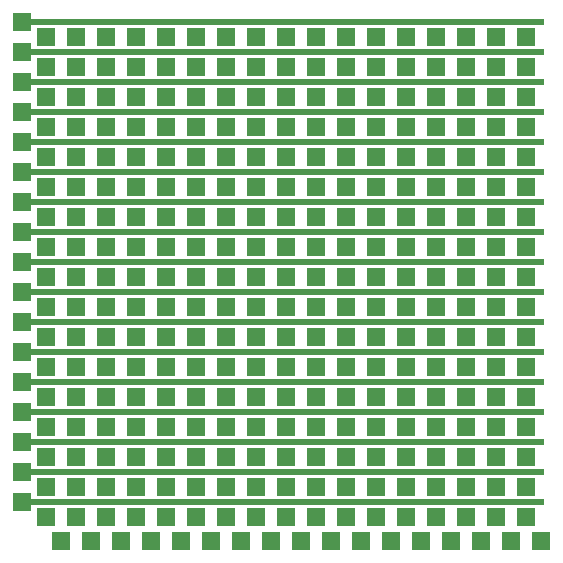
<source format=gtl>
G75*
%MOIN*%
%OFA0B0*%
%FSLAX25Y25*%
%IPPOS*%
%LPD*%
%AMOC8*
5,1,8,0,0,1.08239X$1,22.5*
%
%ADD10R,1.72000X0.02000*%
%ADD11R,1.72000X0.02000*%
%ADD12R,1.72000X0.02000*%
%ADD13R,0.05906X0.05906*%
D10*
X0101231Y0027424D03*
X0101231Y0037424D03*
X0101231Y0047424D03*
X0101231Y0057424D03*
D11*
X0101231Y0067424D03*
X0101231Y0077424D03*
X0101231Y0087424D03*
X0101231Y0097424D03*
X0101231Y0107424D03*
X0101231Y0117424D03*
X0101231Y0127424D03*
X0101231Y0137424D03*
X0101231Y0147424D03*
X0101231Y0157424D03*
X0101231Y0177424D03*
X0101231Y0187424D03*
D12*
X0101231Y0167424D03*
D13*
X0021231Y0022424D03*
X0013231Y0027424D03*
X0021231Y0032424D03*
X0013231Y0037424D03*
X0021231Y0042424D03*
X0013231Y0047424D03*
X0021231Y0052424D03*
X0013231Y0057424D03*
X0021231Y0062424D03*
X0013231Y0067424D03*
X0021231Y0072424D03*
X0013231Y0077424D03*
X0021231Y0082424D03*
X0013231Y0087424D03*
X0021231Y0092424D03*
X0013231Y0097424D03*
X0021231Y0102424D03*
X0013231Y0107424D03*
X0021231Y0112424D03*
X0013231Y0117424D03*
X0021231Y0122424D03*
X0013231Y0127424D03*
X0021231Y0132424D03*
X0013231Y0137424D03*
X0021231Y0142424D03*
X0013231Y0147424D03*
X0021231Y0152424D03*
X0013231Y0157424D03*
X0021231Y0162424D03*
X0013231Y0167424D03*
X0021231Y0172424D03*
X0013231Y0177424D03*
X0021231Y0182424D03*
X0013231Y0187424D03*
X0031231Y0182424D03*
X0041231Y0182424D03*
X0051231Y0182424D03*
X0061231Y0182424D03*
X0071231Y0182424D03*
X0081231Y0182424D03*
X0091231Y0182424D03*
X0101231Y0182424D03*
X0111231Y0182424D03*
X0121231Y0182424D03*
X0131231Y0182424D03*
X0141231Y0182424D03*
X0151231Y0182424D03*
X0161231Y0182424D03*
X0171231Y0182424D03*
X0181231Y0182424D03*
X0181231Y0172424D03*
X0171231Y0172424D03*
X0161231Y0172424D03*
X0151231Y0172424D03*
X0141231Y0172424D03*
X0131231Y0172424D03*
X0121231Y0172424D03*
X0111231Y0172424D03*
X0101231Y0172424D03*
X0091231Y0172424D03*
X0081231Y0172424D03*
X0071231Y0172424D03*
X0061231Y0172424D03*
X0051231Y0172424D03*
X0041231Y0172424D03*
X0031231Y0172424D03*
X0031231Y0162424D03*
X0041231Y0162424D03*
X0051231Y0162424D03*
X0061231Y0162424D03*
X0071231Y0162424D03*
X0081231Y0162424D03*
X0091231Y0162424D03*
X0101231Y0162424D03*
X0111231Y0162424D03*
X0121231Y0162424D03*
X0131231Y0162424D03*
X0141231Y0162424D03*
X0151231Y0162424D03*
X0161231Y0162424D03*
X0171231Y0162424D03*
X0181231Y0162424D03*
X0181231Y0152424D03*
X0171231Y0152424D03*
X0161231Y0152424D03*
X0151231Y0152424D03*
X0141231Y0152424D03*
X0131231Y0152424D03*
X0121231Y0152424D03*
X0111231Y0152424D03*
X0101231Y0152424D03*
X0091231Y0152424D03*
X0081231Y0152424D03*
X0071231Y0152424D03*
X0061231Y0152424D03*
X0051231Y0152424D03*
X0041231Y0152424D03*
X0031231Y0152424D03*
X0031231Y0142424D03*
X0041231Y0142424D03*
X0051231Y0142424D03*
X0061231Y0142424D03*
X0071231Y0142424D03*
X0081231Y0142424D03*
X0091231Y0142424D03*
X0101231Y0142424D03*
X0111231Y0142424D03*
X0121231Y0142424D03*
X0131231Y0142424D03*
X0141231Y0142424D03*
X0151231Y0142424D03*
X0161231Y0142424D03*
X0171231Y0142424D03*
X0181231Y0142424D03*
X0181231Y0132424D03*
X0171231Y0132424D03*
X0161231Y0132424D03*
X0151231Y0132424D03*
X0141231Y0132424D03*
X0131231Y0132424D03*
X0121231Y0132424D03*
X0111231Y0132424D03*
X0101231Y0132424D03*
X0091231Y0132424D03*
X0081231Y0132424D03*
X0071231Y0132424D03*
X0061231Y0132424D03*
X0051231Y0132424D03*
X0041231Y0132424D03*
X0031231Y0132424D03*
X0031231Y0122424D03*
X0041231Y0122424D03*
X0051231Y0122424D03*
X0061231Y0122424D03*
X0071231Y0122424D03*
X0081231Y0122424D03*
X0091231Y0122424D03*
X0101231Y0122424D03*
X0111231Y0122424D03*
X0121231Y0122424D03*
X0131231Y0122424D03*
X0141231Y0122424D03*
X0151231Y0122424D03*
X0161231Y0122424D03*
X0171231Y0122424D03*
X0181231Y0122424D03*
X0181231Y0112424D03*
X0171231Y0112424D03*
X0161231Y0112424D03*
X0151231Y0112424D03*
X0141231Y0112424D03*
X0131231Y0112424D03*
X0121231Y0112424D03*
X0111231Y0112424D03*
X0101231Y0112424D03*
X0091231Y0112424D03*
X0081231Y0112424D03*
X0071231Y0112424D03*
X0061231Y0112424D03*
X0051231Y0112424D03*
X0041231Y0112424D03*
X0031231Y0112424D03*
X0031231Y0102424D03*
X0041231Y0102424D03*
X0051231Y0102424D03*
X0061231Y0102424D03*
X0071231Y0102424D03*
X0081231Y0102424D03*
X0091231Y0102424D03*
X0101231Y0102424D03*
X0111231Y0102424D03*
X0121231Y0102424D03*
X0131231Y0102424D03*
X0141231Y0102424D03*
X0151231Y0102424D03*
X0161231Y0102424D03*
X0171231Y0102424D03*
X0181231Y0102424D03*
X0181231Y0092424D03*
X0171231Y0092424D03*
X0161231Y0092424D03*
X0151231Y0092424D03*
X0141231Y0092424D03*
X0131231Y0092424D03*
X0121231Y0092424D03*
X0111231Y0092424D03*
X0101231Y0092424D03*
X0091231Y0092424D03*
X0081231Y0092424D03*
X0071231Y0092424D03*
X0061231Y0092424D03*
X0051231Y0092424D03*
X0041231Y0092424D03*
X0031231Y0092424D03*
X0031231Y0082424D03*
X0041231Y0082424D03*
X0051231Y0082424D03*
X0061231Y0082424D03*
X0071231Y0082424D03*
X0081231Y0082424D03*
X0091231Y0082424D03*
X0101231Y0082424D03*
X0111231Y0082424D03*
X0121231Y0082424D03*
X0131231Y0082424D03*
X0141231Y0082424D03*
X0151231Y0082424D03*
X0161231Y0082424D03*
X0171231Y0082424D03*
X0181231Y0082424D03*
X0181231Y0072424D03*
X0171231Y0072424D03*
X0161231Y0072424D03*
X0151231Y0072424D03*
X0141231Y0072424D03*
X0131231Y0072424D03*
X0121231Y0072424D03*
X0111231Y0072424D03*
X0101231Y0072424D03*
X0091231Y0072424D03*
X0081231Y0072424D03*
X0071231Y0072424D03*
X0061231Y0072424D03*
X0051231Y0072424D03*
X0041231Y0072424D03*
X0031231Y0072424D03*
X0031231Y0062424D03*
X0041231Y0062424D03*
X0051231Y0062424D03*
X0061231Y0062424D03*
X0071231Y0062424D03*
X0081231Y0062424D03*
X0091231Y0062424D03*
X0101231Y0062424D03*
X0111231Y0062424D03*
X0121231Y0062424D03*
X0131231Y0062424D03*
X0141231Y0062424D03*
X0151231Y0062424D03*
X0161231Y0062424D03*
X0171231Y0062424D03*
X0181231Y0062424D03*
X0181231Y0052424D03*
X0171231Y0052424D03*
X0161231Y0052424D03*
X0151231Y0052424D03*
X0141231Y0052424D03*
X0131231Y0052424D03*
X0121231Y0052424D03*
X0111231Y0052424D03*
X0101231Y0052424D03*
X0091231Y0052424D03*
X0081231Y0052424D03*
X0071231Y0052424D03*
X0061231Y0052424D03*
X0051231Y0052424D03*
X0041231Y0052424D03*
X0031231Y0052424D03*
X0031231Y0042424D03*
X0041231Y0042424D03*
X0051231Y0042424D03*
X0061231Y0042424D03*
X0071231Y0042424D03*
X0081231Y0042424D03*
X0091231Y0042424D03*
X0101231Y0042424D03*
X0111231Y0042424D03*
X0121231Y0042424D03*
X0131231Y0042424D03*
X0141231Y0042424D03*
X0151231Y0042424D03*
X0161231Y0042424D03*
X0171231Y0042424D03*
X0181231Y0042424D03*
X0181231Y0032424D03*
X0171231Y0032424D03*
X0161231Y0032424D03*
X0151231Y0032424D03*
X0141231Y0032424D03*
X0131231Y0032424D03*
X0121231Y0032424D03*
X0111231Y0032424D03*
X0101231Y0032424D03*
X0091231Y0032424D03*
X0081231Y0032424D03*
X0071231Y0032424D03*
X0061231Y0032424D03*
X0051231Y0032424D03*
X0041231Y0032424D03*
X0031231Y0032424D03*
X0031231Y0022424D03*
X0036231Y0014424D03*
X0041231Y0022424D03*
X0046231Y0014424D03*
X0051231Y0022424D03*
X0056231Y0014424D03*
X0061231Y0022424D03*
X0066231Y0014424D03*
X0071231Y0022424D03*
X0076231Y0014424D03*
X0081231Y0022424D03*
X0086231Y0014424D03*
X0091231Y0022424D03*
X0096231Y0014424D03*
X0101231Y0022424D03*
X0106231Y0014424D03*
X0111231Y0022424D03*
X0116231Y0014424D03*
X0121231Y0022424D03*
X0126231Y0014424D03*
X0131231Y0022424D03*
X0136231Y0014424D03*
X0141231Y0022424D03*
X0146231Y0014424D03*
X0151231Y0022424D03*
X0156231Y0014424D03*
X0161231Y0022424D03*
X0166231Y0014424D03*
X0171231Y0022424D03*
X0176231Y0014424D03*
X0181231Y0022424D03*
X0186231Y0014424D03*
X0026231Y0014424D03*
M02*

</source>
